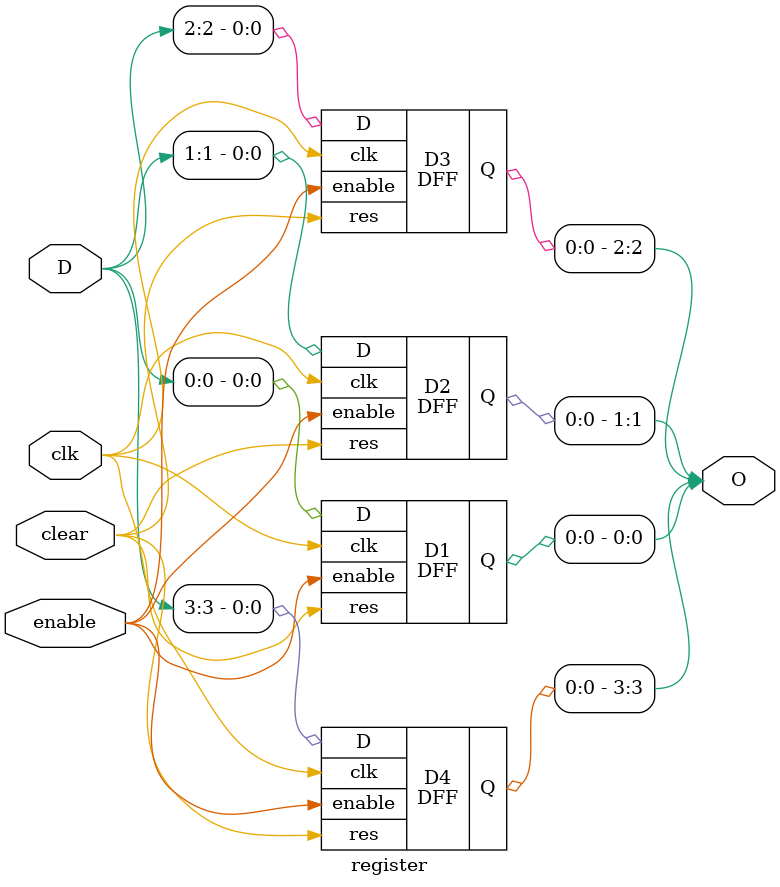
<source format=v>
`timescale 1ns / 1ps

module DFF(Q,D,clk,res,enable);
	input D;
	input clk,res,enable;
	output reg Q;
	always @(posedge clk or negedge res)
		begin
			if(res == 1'b0)
				Q <= 1'b0;
			else if(enable == 1'b1)
				Q <= D;
		end
endmodule

module register(O,D,clk,clear,enable);
	output reg [3:0] O ;
	input [3:0] D ;
	input clk,clear,enable ;
	DFF D1(O[0],D[0],clk,clear,enable);
	DFF D2(O[1],D[1],clk,clear,enable);
	DFF D3(O[2],D[2],clk,clear,enable);
	DFF D4(O[3],D[3],clk,clear,enable);
endmodule

</source>
